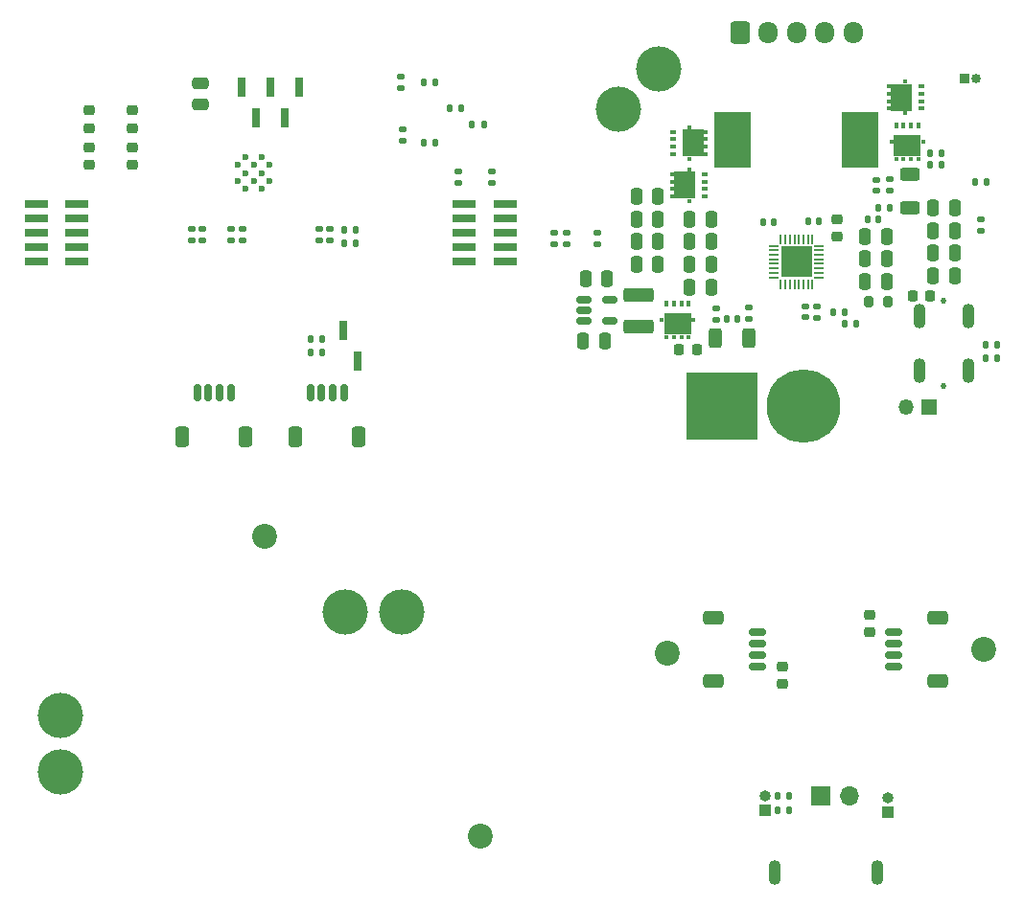
<source format=gbs>
%TF.GenerationSoftware,KiCad,Pcbnew,(6.0.9)*%
%TF.CreationDate,2023-02-02T11:23:03+01:00*%
%TF.ProjectId,Stencil,5374656e-6369-46c2-9e6b-696361645f70,rev?*%
%TF.SameCoordinates,Original*%
%TF.FileFunction,Soldermask,Bot*%
%TF.FilePolarity,Negative*%
%FSLAX46Y46*%
G04 Gerber Fmt 4.6, Leading zero omitted, Abs format (unit mm)*
G04 Created by KiCad (PCBNEW (6.0.9)) date 2023-02-02 11:23:03*
%MOMM*%
%LPD*%
G01*
G04 APERTURE LIST*
G04 Aperture macros list*
%AMRoundRect*
0 Rectangle with rounded corners*
0 $1 Rounding radius*
0 $2 $3 $4 $5 $6 $7 $8 $9 X,Y pos of 4 corners*
0 Add a 4 corners polygon primitive as box body*
4,1,4,$2,$3,$4,$5,$6,$7,$8,$9,$2,$3,0*
0 Add four circle primitives for the rounded corners*
1,1,$1+$1,$2,$3*
1,1,$1+$1,$4,$5*
1,1,$1+$1,$6,$7*
1,1,$1+$1,$8,$9*
0 Add four rect primitives between the rounded corners*
20,1,$1+$1,$2,$3,$4,$5,0*
20,1,$1+$1,$4,$5,$6,$7,0*
20,1,$1+$1,$6,$7,$8,$9,0*
20,1,$1+$1,$8,$9,$2,$3,0*%
G04 Aperture macros list end*
%ADD10C,2.200000*%
%ADD11C,0.600000*%
%ADD12C,4.000000*%
%ADD13O,1.100000X2.200000*%
%ADD14R,1.000000X1.000000*%
%ADD15O,1.000000X1.000000*%
%ADD16R,0.850000X0.850000*%
%ADD17O,0.850000X0.850000*%
%ADD18C,0.520000*%
%ADD19RoundRect,0.135000X-0.135000X-0.185000X0.135000X-0.185000X0.135000X0.185000X-0.135000X0.185000X0*%
%ADD20RoundRect,0.250000X0.475000X-0.250000X0.475000X0.250000X-0.475000X0.250000X-0.475000X-0.250000X0*%
%ADD21RoundRect,0.225000X0.250000X-0.225000X0.250000X0.225000X-0.250000X0.225000X-0.250000X-0.225000X0*%
%ADD22RoundRect,0.250000X0.250000X0.475000X-0.250000X0.475000X-0.250000X-0.475000X0.250000X-0.475000X0*%
%ADD23RoundRect,0.150000X0.150000X0.625000X-0.150000X0.625000X-0.150000X-0.625000X0.150000X-0.625000X0*%
%ADD24RoundRect,0.250000X0.350000X0.650000X-0.350000X0.650000X-0.350000X-0.650000X0.350000X-0.650000X0*%
%ADD25RoundRect,0.135000X-0.185000X0.135000X-0.185000X-0.135000X0.185000X-0.135000X0.185000X0.135000X0*%
%ADD26RoundRect,0.250000X-0.250000X-0.475000X0.250000X-0.475000X0.250000X0.475000X-0.250000X0.475000X0*%
%ADD27RoundRect,0.140000X0.170000X-0.140000X0.170000X0.140000X-0.170000X0.140000X-0.170000X-0.140000X0*%
%ADD28R,2.100000X0.750000*%
%ADD29R,0.300000X0.400000*%
%ADD30R,0.430000X0.380000*%
%ADD31R,1.980000X2.450000*%
%ADD32R,0.500000X0.350000*%
%ADD33RoundRect,0.135000X0.185000X-0.135000X0.185000X0.135000X-0.185000X0.135000X-0.185000X-0.135000X0*%
%ADD34RoundRect,0.225000X-0.250000X0.225000X-0.250000X-0.225000X0.250000X-0.225000X0.250000X0.225000X0*%
%ADD35RoundRect,0.250000X-0.600000X-0.725000X0.600000X-0.725000X0.600000X0.725000X-0.600000X0.725000X0*%
%ADD36O,1.700000X1.950000*%
%ADD37RoundRect,0.140000X-0.170000X0.140000X-0.170000X-0.140000X0.170000X-0.140000X0.170000X0.140000X0*%
%ADD38RoundRect,0.218750X0.218750X0.256250X-0.218750X0.256250X-0.218750X-0.256250X0.218750X-0.256250X0*%
%ADD39RoundRect,0.135000X0.135000X0.185000X-0.135000X0.185000X-0.135000X-0.185000X0.135000X-0.185000X0*%
%ADD40RoundRect,0.200000X0.200000X0.275000X-0.200000X0.275000X-0.200000X-0.275000X0.200000X-0.275000X0*%
%ADD41RoundRect,0.150000X-0.625000X0.150000X-0.625000X-0.150000X0.625000X-0.150000X0.625000X0.150000X0*%
%ADD42RoundRect,0.250000X-0.650000X0.350000X-0.650000X-0.350000X0.650000X-0.350000X0.650000X0.350000X0*%
%ADD43RoundRect,0.150000X-0.512500X-0.150000X0.512500X-0.150000X0.512500X0.150000X-0.512500X0.150000X0*%
%ADD44R,1.700000X1.700000*%
%ADD45O,1.700000X1.700000*%
%ADD46RoundRect,0.250000X-0.312500X-0.625000X0.312500X-0.625000X0.312500X0.625000X-0.312500X0.625000X0*%
%ADD47RoundRect,0.140000X0.140000X0.170000X-0.140000X0.170000X-0.140000X-0.170000X0.140000X-0.170000X0*%
%ADD48R,1.350000X1.350000*%
%ADD49O,1.350000X1.350000*%
%ADD50RoundRect,0.250000X1.075000X-0.375000X1.075000X0.375000X-1.075000X0.375000X-1.075000X-0.375000X0*%
%ADD51RoundRect,0.150000X0.625000X-0.150000X0.625000X0.150000X-0.625000X0.150000X-0.625000X-0.150000X0*%
%ADD52RoundRect,0.250000X0.650000X-0.350000X0.650000X0.350000X-0.650000X0.350000X-0.650000X-0.350000X0*%
%ADD53RoundRect,0.225000X0.225000X0.250000X-0.225000X0.250000X-0.225000X-0.250000X0.225000X-0.250000X0*%
%ADD54R,0.650000X1.800000*%
%ADD55RoundRect,0.140000X-0.140000X-0.170000X0.140000X-0.170000X0.140000X0.170000X-0.140000X0.170000X0*%
%ADD56RoundRect,0.250000X0.625000X-0.312500X0.625000X0.312500X-0.625000X0.312500X-0.625000X-0.312500X0*%
%ADD57R,3.250000X5.000000*%
%ADD58C,6.500000*%
%ADD59R,6.300000X6.000000*%
%ADD60RoundRect,0.050000X0.337500X0.050000X-0.337500X0.050000X-0.337500X-0.050000X0.337500X-0.050000X0*%
%ADD61RoundRect,0.050000X0.050000X0.337500X-0.050000X0.337500X-0.050000X-0.337500X0.050000X-0.337500X0*%
%ADD62R,2.800000X2.800000*%
%ADD63R,0.380000X0.430000*%
%ADD64R,0.400000X0.300000*%
%ADD65R,2.450000X1.980000*%
%ADD66R,0.350000X0.500000*%
G04 APERTURE END LIST*
D10*
%TO.C,REF\u002A\u002A*%
X152800000Y-134400000D03*
%TD*%
D11*
%TO.C,U301*%
X133507029Y-74368471D03*
X131407029Y-76468471D03*
X132107029Y-74368471D03*
X132807029Y-76468471D03*
X132107029Y-75768471D03*
X131407029Y-75068471D03*
X133507029Y-75768471D03*
X133507029Y-77168471D03*
X132807029Y-75068471D03*
X134207029Y-75068471D03*
X134207029Y-76468471D03*
X132107029Y-77168471D03*
%TD*%
D12*
%TO.C,J1*%
X115700000Y-128700000D03*
X115700000Y-123700000D03*
%TD*%
D13*
%TO.C,J101*%
X178826447Y-137646447D03*
X187866447Y-137646447D03*
%TD*%
D14*
%TO.C,J104*%
X177996447Y-132096447D03*
D15*
X177996447Y-130826447D03*
%TD*%
D10*
%TO.C,REF\u002A\u002A*%
X169292893Y-118192893D03*
%TD*%
%TO.C,REF\u002A\u002A*%
X197292893Y-117892893D03*
%TD*%
%TO.C,REF\u002A\u002A*%
X133800000Y-107900000D03*
%TD*%
D16*
%TO.C,J210*%
X195600000Y-67400000D03*
D17*
X196600000Y-67400000D03*
%TD*%
D12*
%TO.C,J2*%
X140900000Y-114600000D03*
X145900000Y-114600000D03*
%TD*%
D18*
%TO.C,J201*%
X193750000Y-94600000D03*
X193750000Y-87100000D03*
D13*
X195900000Y-88450000D03*
X191600000Y-88450000D03*
X195900000Y-93250000D03*
X191600000Y-93250000D03*
%TD*%
D19*
%TO.C,R304*%
X137797029Y-90408471D03*
X138817029Y-90408471D03*
%TD*%
D20*
%TO.C,C301*%
X128057029Y-69708471D03*
X128057029Y-67808471D03*
%TD*%
D21*
%TO.C,C404*%
X122057029Y-71783471D03*
X122057029Y-70233471D03*
%TD*%
D22*
%TO.C,C320*%
X173200000Y-83850000D03*
X171300000Y-83850000D03*
%TD*%
D23*
%TO.C,J207*%
X140807029Y-95208471D03*
X139807029Y-95208471D03*
X138807029Y-95208471D03*
X137807029Y-95208471D03*
D24*
X136507029Y-99083471D03*
X142107029Y-99083471D03*
%TD*%
D25*
%TO.C,R306*%
X176550000Y-87640000D03*
X176550000Y-88660000D03*
%TD*%
D26*
%TO.C,C304*%
X192800000Y-84850000D03*
X194700000Y-84850000D03*
%TD*%
D22*
%TO.C,C319*%
X173200000Y-81850000D03*
X171300000Y-81850000D03*
%TD*%
D27*
%TO.C,C309*%
X187750000Y-77330000D03*
X187750000Y-76370000D03*
%TD*%
D19*
%TO.C,R303*%
X137797029Y-91608471D03*
X138817029Y-91608471D03*
%TD*%
D28*
%TO.C,J203*%
X117207029Y-83548471D03*
X113607029Y-83548471D03*
X117207029Y-82278471D03*
X113607029Y-82278471D03*
X117207029Y-81008471D03*
X113607029Y-81008471D03*
X117207029Y-79738471D03*
X113607029Y-79738471D03*
X117207029Y-78468471D03*
X113607029Y-78468471D03*
%TD*%
D29*
%TO.C,Q304*%
X169750000Y-77825000D03*
X169750000Y-75875000D03*
X169750000Y-76525000D03*
D30*
X171250000Y-78250000D03*
D31*
X170890000Y-76850000D03*
D30*
X171250000Y-75450000D03*
D29*
X169750000Y-77175000D03*
D32*
X172650000Y-77825000D03*
X172650000Y-76525000D03*
X172650000Y-75875000D03*
X172650000Y-77175000D03*
%TD*%
D33*
%TO.C,R318*%
X182550000Y-88560000D03*
X182550000Y-87540000D03*
%TD*%
D34*
%TO.C,C101*%
X179492893Y-119417893D03*
X179492893Y-120967893D03*
%TD*%
D14*
%TO.C,J103*%
X188796447Y-132296447D03*
D15*
X188796447Y-131026447D03*
%TD*%
D35*
%TO.C,J208*%
X175750000Y-63375000D03*
D36*
X178250000Y-63375000D03*
X180750000Y-63375000D03*
X183250000Y-63375000D03*
X185750000Y-63375000D03*
%TD*%
D19*
%TO.C,R318*%
X140797029Y-82008471D03*
X141817029Y-82008471D03*
%TD*%
D26*
%TO.C,C317*%
X166600000Y-79850000D03*
X168500000Y-79850000D03*
%TD*%
D22*
%TO.C,C407*%
X164000000Y-85150000D03*
X162100000Y-85150000D03*
%TD*%
%TO.C,C318*%
X173200000Y-79850000D03*
X171300000Y-79850000D03*
%TD*%
D25*
%TO.C,R317*%
X159350000Y-81040000D03*
X159350000Y-82060000D03*
%TD*%
D37*
%TO.C,C332*%
X181550000Y-87570000D03*
X181550000Y-88530000D03*
%TD*%
D38*
%TO.C,F201*%
X192537500Y-86600000D03*
X190962500Y-86600000D03*
%TD*%
D22*
%TO.C,C307*%
X188700000Y-81350000D03*
X186800000Y-81350000D03*
%TD*%
D25*
%TO.C,R317*%
X127307029Y-80748471D03*
X127307029Y-81768471D03*
%TD*%
%TO.C,R305*%
X173650000Y-87740000D03*
X173650000Y-88760000D03*
%TD*%
D26*
%TO.C,C314*%
X166600000Y-77850000D03*
X168500000Y-77850000D03*
%TD*%
D19*
%TO.C,R202*%
X197440000Y-90950000D03*
X198460000Y-90950000D03*
%TD*%
D39*
%TO.C,R312*%
X186010000Y-89100000D03*
X184990000Y-89100000D03*
%TD*%
D40*
%TO.C,R307*%
X188775000Y-87150000D03*
X187125000Y-87150000D03*
%TD*%
D33*
%TO.C,R404*%
X153807029Y-76628471D03*
X153807029Y-75608471D03*
%TD*%
D26*
%TO.C,C406*%
X161900000Y-90650000D03*
X163800000Y-90650000D03*
%TD*%
D31*
%TO.C,Q303*%
X171610000Y-73100000D03*
D30*
X171250000Y-74500000D03*
D29*
X172750000Y-72125000D03*
D30*
X171250000Y-71700000D03*
D29*
X172750000Y-74075000D03*
X172750000Y-73425000D03*
X172750000Y-72775000D03*
D32*
X169850000Y-72125000D03*
X169850000Y-72775000D03*
X169850000Y-74075000D03*
X169850000Y-73425000D03*
%TD*%
D22*
%TO.C,C306*%
X188700000Y-83350000D03*
X186800000Y-83350000D03*
%TD*%
D25*
%TO.C,R316*%
X197050000Y-79840000D03*
X197050000Y-80860000D03*
%TD*%
D41*
%TO.C,J101*%
X189292893Y-116392893D03*
X189292893Y-117392893D03*
X189292893Y-118392893D03*
X189292893Y-119392893D03*
D42*
X193167893Y-115092893D03*
X193167893Y-120692893D03*
%TD*%
D30*
%TO.C,Q302*%
X190360000Y-67700000D03*
X190360000Y-70500000D03*
D29*
X188860000Y-68125000D03*
X188860000Y-70075000D03*
X188860000Y-68775000D03*
X188860000Y-69425000D03*
D31*
X190000000Y-69100000D03*
D32*
X191760000Y-70075000D03*
X191760000Y-69425000D03*
X191760000Y-68125000D03*
X191760000Y-68775000D03*
%TD*%
D12*
%TO.C,J202*%
X168567767Y-66582233D03*
X165032233Y-70117767D03*
%TD*%
D21*
%TO.C,C401*%
X118307029Y-75033471D03*
X118307029Y-73483471D03*
%TD*%
D19*
%TO.C,R102*%
X179086447Y-130796447D03*
X180106447Y-130796447D03*
%TD*%
D27*
%TO.C,C333*%
X163150000Y-82030000D03*
X163150000Y-81070000D03*
%TD*%
D25*
%TO.C,R405*%
X150907029Y-75598471D03*
X150907029Y-76618471D03*
%TD*%
D19*
%TO.C,R302*%
X187990000Y-78850000D03*
X189010000Y-78850000D03*
%TD*%
D26*
%TO.C,C316*%
X166600000Y-81850000D03*
X168500000Y-81850000D03*
%TD*%
D19*
%TO.C,R319*%
X140797029Y-80758471D03*
X141817029Y-80758471D03*
%TD*%
D43*
%TO.C,U402*%
X161962500Y-88862500D03*
X161962500Y-87912500D03*
X161962500Y-86962500D03*
X164237500Y-86962500D03*
X164237500Y-88862500D03*
%TD*%
D44*
%TO.C,J102*%
X182871447Y-130846447D03*
D45*
X185411447Y-130846447D03*
%TD*%
D46*
%TO.C,R304*%
X173587500Y-90350000D03*
X176512500Y-90350000D03*
%TD*%
D19*
%TO.C,R401*%
X152097029Y-71508471D03*
X153117029Y-71508471D03*
%TD*%
D47*
%TO.C,C312*%
X182730000Y-80050000D03*
X181770000Y-80050000D03*
%TD*%
D25*
%TO.C,R316*%
X130807029Y-80748471D03*
X130807029Y-81768471D03*
%TD*%
D48*
%TO.C,J209*%
X192450000Y-96450000D03*
D49*
X190450000Y-96450000D03*
%TD*%
D50*
%TO.C,L402*%
X166750000Y-89350000D03*
X166750000Y-86550000D03*
%TD*%
D21*
%TO.C,C325*%
X184350000Y-81425000D03*
X184350000Y-79875000D03*
%TD*%
D19*
%TO.C,R402*%
X150097029Y-70008471D03*
X151117029Y-70008471D03*
%TD*%
%TO.C,R101*%
X179086447Y-132096447D03*
X180106447Y-132096447D03*
%TD*%
D33*
%TO.C,R305*%
X139557029Y-81768471D03*
X139557029Y-80748471D03*
%TD*%
D21*
%TO.C,C403*%
X118307029Y-71783471D03*
X118307029Y-70233471D03*
%TD*%
D25*
%TO.C,R315*%
X138557029Y-80748471D03*
X138557029Y-81768471D03*
%TD*%
D19*
%TO.C,R201*%
X197440000Y-92150000D03*
X198460000Y-92150000D03*
%TD*%
D21*
%TO.C,C402*%
X122057029Y-75033471D03*
X122057029Y-73483471D03*
%TD*%
D33*
%TO.C,R306*%
X131807029Y-81768471D03*
X131807029Y-80748471D03*
%TD*%
D22*
%TO.C,C305*%
X188700000Y-85350000D03*
X186800000Y-85350000D03*
%TD*%
D51*
%TO.C,J102*%
X177292893Y-119392893D03*
X177292893Y-118392893D03*
X177292893Y-117392893D03*
X177292893Y-116392893D03*
D52*
X173417893Y-120692893D03*
X173417893Y-115092893D03*
%TD*%
D19*
%TO.C,R505*%
X196470000Y-76560000D03*
X197490000Y-76560000D03*
%TD*%
D21*
%TO.C,C103*%
X187192893Y-116367893D03*
X187192893Y-114817893D03*
%TD*%
D53*
%TO.C,C322*%
X171925000Y-91350000D03*
X170375000Y-91350000D03*
%TD*%
D39*
%TO.C,R411*%
X148827029Y-67758471D03*
X147807029Y-67758471D03*
%TD*%
D54*
%TO.C,J206*%
X131767029Y-68158471D03*
X133037029Y-70858471D03*
X134307029Y-68158471D03*
X135577029Y-70858471D03*
X136847029Y-68158471D03*
%TD*%
%TO.C,J202*%
X141942029Y-92358471D03*
X140672029Y-89658471D03*
%TD*%
D26*
%TO.C,C315*%
X166600000Y-83850000D03*
X168500000Y-83850000D03*
%TD*%
D55*
%TO.C,C313*%
X177770000Y-80100000D03*
X178730000Y-80100000D03*
%TD*%
D56*
%TO.C,R301*%
X190750000Y-78812500D03*
X190750000Y-75887500D03*
%TD*%
D25*
%TO.C,R407*%
X145957029Y-71898471D03*
X145957029Y-72918471D03*
%TD*%
D39*
%TO.C,R310*%
X185010000Y-88100000D03*
X183990000Y-88100000D03*
%TD*%
D26*
%TO.C,C303*%
X192800000Y-82850000D03*
X194700000Y-82850000D03*
%TD*%
D28*
%TO.C,J201*%
X155007029Y-83548471D03*
X151407029Y-83548471D03*
X155007029Y-82278471D03*
X151407029Y-82278471D03*
X155007029Y-81008471D03*
X151407029Y-81008471D03*
X155007029Y-79738471D03*
X151407029Y-79738471D03*
X155007029Y-78468471D03*
X151407029Y-78468471D03*
%TD*%
D57*
%TO.C,L301*%
X186375000Y-72850000D03*
X175125000Y-72850000D03*
%TD*%
D23*
%TO.C,J204*%
X130807029Y-95208471D03*
X129807029Y-95208471D03*
X128807029Y-95208471D03*
X127807029Y-95208471D03*
D24*
X132107029Y-99083471D03*
X126507029Y-99083471D03*
%TD*%
D39*
%TO.C,R408*%
X148817029Y-73108471D03*
X147797029Y-73108471D03*
%TD*%
D58*
%TO.C,J204*%
X181350000Y-96350000D03*
D59*
X174150000Y-96350000D03*
%TD*%
D33*
%TO.C,R307*%
X128307029Y-81768471D03*
X128307029Y-80748471D03*
%TD*%
D55*
%TO.C,C311*%
X192570000Y-75050000D03*
X193530000Y-75050000D03*
%TD*%
%TO.C,C310*%
X192570000Y-74050000D03*
X193530000Y-74050000D03*
%TD*%
D60*
%TO.C,U301*%
X182737500Y-82200000D03*
X182737500Y-82600000D03*
X182737500Y-83000000D03*
X182737500Y-83400000D03*
X182737500Y-83800000D03*
X182737500Y-84200000D03*
X182737500Y-84600000D03*
X182737500Y-85000000D03*
D61*
X182150000Y-85587500D03*
X181750000Y-85587500D03*
X181350000Y-85587500D03*
X180950000Y-85587500D03*
X180550000Y-85587500D03*
X180150000Y-85587500D03*
X179750000Y-85587500D03*
X179350000Y-85587500D03*
D60*
X178762500Y-85000000D03*
X178762500Y-84600000D03*
X178762500Y-84200000D03*
X178762500Y-83800000D03*
X178762500Y-83400000D03*
X178762500Y-83000000D03*
X178762500Y-82600000D03*
X178762500Y-82200000D03*
D61*
X179350000Y-81612500D03*
X179750000Y-81612500D03*
X180150000Y-81612500D03*
X180550000Y-81612500D03*
X180950000Y-81612500D03*
X181350000Y-81612500D03*
X181750000Y-81612500D03*
X182150000Y-81612500D03*
D62*
X180750000Y-83600000D03*
%TD*%
D55*
%TO.C,C323*%
X174590000Y-88650000D03*
X175550000Y-88650000D03*
%TD*%
D22*
%TO.C,C321*%
X173200000Y-85850000D03*
X171300000Y-85850000D03*
%TD*%
D26*
%TO.C,C302*%
X192800000Y-80850000D03*
X194700000Y-80850000D03*
%TD*%
D25*
%TO.C,R410*%
X145807029Y-67248471D03*
X145807029Y-68268471D03*
%TD*%
D33*
%TO.C,R303*%
X189000000Y-77360000D03*
X189000000Y-76340000D03*
%TD*%
D26*
%TO.C,C301*%
X192800000Y-78850000D03*
X194700000Y-78850000D03*
%TD*%
D47*
%TO.C,C308*%
X187980000Y-79850000D03*
X187020000Y-79850000D03*
%TD*%
D25*
%TO.C,R313*%
X160450000Y-81040000D03*
X160450000Y-82060000D03*
%TD*%
D63*
%TO.C,Q305*%
X168850000Y-88740000D03*
D64*
X171225000Y-90240000D03*
X169275000Y-90240000D03*
D63*
X171650000Y-88740000D03*
D64*
X169925000Y-90240000D03*
X170575000Y-90240000D03*
D65*
X170250000Y-89100000D03*
D66*
X171225000Y-87340000D03*
X169925000Y-87340000D03*
X169275000Y-87340000D03*
X170575000Y-87340000D03*
%TD*%
D64*
%TO.C,Q301*%
X189525000Y-74490000D03*
D63*
X191900000Y-72990000D03*
D64*
X191475000Y-74490000D03*
X190825000Y-74490000D03*
X190175000Y-74490000D03*
D63*
X189100000Y-72990000D03*
D65*
X190500000Y-73350000D03*
D66*
X191475000Y-71590000D03*
X189525000Y-71590000D03*
X190825000Y-71590000D03*
X190175000Y-71590000D03*
%TD*%
M02*

</source>
